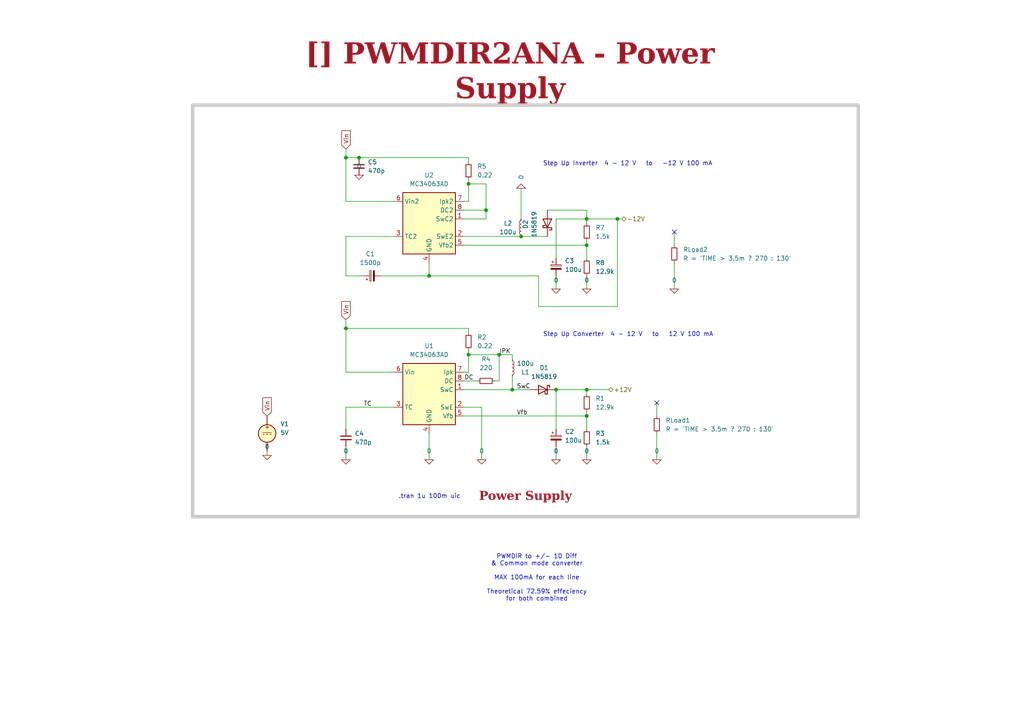
<source format=kicad_sch>
(kicad_sch (version 20250114) (generator "eeschema") (generator_version "9.0")
  (paper "A4")
  (title_block (title "PWMDIR2ANA - Power Supply") (date "Last Modified Date") (rev "${REVISION}") (company "${COMPANY}") (comment 8 "PWMDIR2ANA"))
  (lib_symbols
    (symbol "Device:C_Polarized_Small" (pin_numbers (hide yes)) (pin_names (offset 0.254) (hide yes))
      (property "Reference" "C" (at 0.254 1.778 0))
      (property "Value" "C_Polarized_Small" (at 0.254 -2.032 0))
      (symbol "C_Polarized_Small_0_1"
        (rectangle (start -1.524 0.6858) (end 1.524 0.3048))
        (rectangle (start -1.524 -0.3048) (end 1.524 -0.6858) (fill (type outline)))
        (polyline (pts (xy -1.27 1.524) (xy -0.762 1.524)))
        (polyline (pts (xy -1.016 1.27) (xy -1.016 1.778)))
      )
      (symbol "C_Polarized_Small_1_1"
        (pin passive line (at 0 2.54 270) (length 1.8542) (name "~") (number "1"))
        (pin passive line (at 0 -2.54 90) (length 1.8542) (name "~") (number "2"))
      )
    )
    (symbol "Device:C_Small" (pin_numbers (hide yes)) (pin_names (offset 0.254) (hide yes))
      (property "Reference" "C" (at 0.254 1.778 0))
      (property "Value" "C_Small" (at 0.254 -2.032 0))
      (symbol "C_Small_0_1"
        (polyline (pts (xy -1.524 0.508) (xy 1.524 0.508)) (stroke (width 0.3048)))
        (polyline (pts (xy -1.524 -0.508) (xy 1.524 -0.508)) (stroke (width 0.3302)))
      )
      (symbol "C_Small_1_1"
        (pin passive line (at 0 2.54 270) (length 2.032) (name "~") (number "1"))
        (pin passive line (at 0 -2.54 90) (length 2.032) (name "~") (number "2"))
      )
    )
    (symbol "Device:L_Small" (pin_numbers (hide yes)) (pin_names (offset 0.254) (hide yes))
      (property "Reference" "L" (at 0.762 1.016 0))
      (property "Value" "L_Small" (at 0.762 -1.016 0))
      (symbol "L_Small_0_1"
        (arc (start 0 2.032) (mid 0.5058 1.524) (end 0 1.016))
        (arc (start 0 1.016) (mid 0.5058 0.508) (end 0 0))
        (arc (start 0 0) (mid 0.5058 -0.508) (end 0 -1.016))
        (arc (start 0 -1.016) (mid 0.5058 -1.524) (end 0 -2.032))
      )
      (symbol "L_Small_1_1"
        (pin passive line (at 0 2.54 270) (length 0.508) (name "~") (number "1"))
        (pin passive line (at 0 -2.54 90) (length 0.508) (name "~") (number "2"))
      )
    )
    (symbol "Device:R_Small" (pin_numbers (hide yes)) (pin_names (offset 0.254) (hide yes))
      (property "Reference" "R" (at 0.762 0.508 0))
      (property "Value" "R_Small" (at 0.762 -1.016 0))
      (symbol "R_Small_0_1"
        (rectangle (start -0.762 1.778) (end 0.762 -1.778) (stroke (width 0.2032)))
      )
      (symbol "R_Small_1_1"
        (pin passive line (at 0 2.54 270) (length 0.762) (name "~") (number "1"))
        (pin passive line (at 0 -2.54 90) (length 0.762) (name "~") (number "2"))
      )
    )
    (symbol "Diode:1N5818" (pin_numbers (hide yes)) (pin_names (offset 1.016) (hide yes))
      (property "Reference" "D" (at 0 2.54 0))
      (property "Value" "1N5818" (at 0 -2.54 0))
      (symbol "1N5818_0_1"
        (polyline (pts (xy -1.905 0.635) (xy -1.905 1.27) (xy -1.27 1.27) (xy -1.27 -1.27) (xy -0.635 -1.27) (xy -0.635 -0.635)) (stroke (width 0.254)))
        (polyline (pts (xy 1.27 1.27) (xy 1.27 -1.27) (xy -1.27 0) (xy 1.27 1.27)) (stroke (width 0.254)))
        (polyline (pts (xy 1.27 0) (xy -1.27 0)))
      )
      (symbol "1N5818_1_1"
        (pin passive line (at -3.81 0 0) (length 2.54) (name "K") (number "1"))
        (pin passive line (at 3.81 0 180) (length 2.54) (name "A") (number "2"))
      )
    )
    (symbol "MC34063AD_1"
      (property "Reference" "U2" (at 0 12.7 0))
      (property "Value" "MC34063AD" (at 0 10.16 0))
      (symbol "MC34063AD_1_0_1"
        (rectangle (start -7.62 7.62) (end 7.62 -10.16) (stroke (width 0.254)) (fill (type background)))
      )
      (symbol "MC34063AD_1_1_1"
        (pin power_in line (at -10.16 5.08 0) (length 2.54) (name "Vin2") (number "6"))
        (pin passive line (at -10.16 -5.08 0) (length 2.54) (name "TC2") (number "3"))
        (pin power_in line (at 0 -12.7 90) (length 2.54) (name "GND") (number "4"))
        (pin input line (at 10.16 5.08 180) (length 2.54) (name "Ipk2") (number "7"))
        (pin open_collector line (at 10.16 2.54 180) (length 2.54) (name "DC2") (number "8"))
        (pin open_collector line (at 10.16 0 180) (length 2.54) (name "SwC2") (number "1"))
        (pin open_emitter line (at 10.16 -5.08 180) (length 2.54) (name "SwE2") (number "2"))
        (pin input line (at 10.16 -7.62 180) (length 2.54) (name "Vfb2") (number "5"))
      )
    )
    (symbol "Regulator_Switching:MC34063AD"
      (property "Reference" "U" (at -7.62 8.89 0))
      (property "Value" "MC34063AD" (at 0 8.89 0))
      (symbol "MC34063AD_0_1"
        (rectangle (start -7.62 7.62) (end 7.62 -10.16) (stroke (width 0.254)) (fill (type background)))
      )
      (symbol "MC34063AD_1_1"
        (pin power_in line (at -10.16 5.08 0) (length 2.54) (name "Vin") (number "6"))
        (pin passive line (at -10.16 -5.08 0) (length 2.54) (name "TC") (number "3"))
        (pin power_in line (at 0 -12.7 90) (length 2.54) (name "GND") (number "4"))
        (pin input line (at 10.16 5.08 180) (length 2.54) (name "Ipk") (number "7"))
        (pin open_collector line (at 10.16 2.54 180) (length 2.54) (name "DC") (number "8"))
        (pin open_collector line (at 10.16 0 180) (length 2.54) (name "SwC") (number "1"))
        (pin open_emitter line (at 10.16 -5.08 180) (length 2.54) (name "SwE") (number "2"))
        (pin input line (at 10.16 -7.62 180) (length 2.54) (name "Vfb") (number "5"))
      )
    )
    (symbol "Simulation_SPICE:VDC" (pin_numbers (hide yes)) (pin_names (offset 0.0254))
      (property "Reference" "V" (at 2.54 2.54 0))
      (property "Value" "VDC" (at 2.54 0 0))
      (property "Spice_Model" "dc(1)" (at 2.54 -2.54 0))
      (symbol "VDC_0_0"
        (polyline (pts (xy -1.27 0.254) (xy 1.27 0.254)))
        (polyline (pts (xy -0.762 -0.254) (xy -1.27 -0.254)))
        (polyline (pts (xy 0.254 -0.254) (xy -0.254 -0.254)))
        (polyline (pts (xy 1.27 -0.254) (xy 0.762 -0.254)))
        (text "+" (at 0 1.905 0) (effects (font (size 1.27 1.27))))
      )
      (symbol "VDC_0_1"
        (circle (center 0 0) (radius 2.54) (stroke (width 0.254)) (fill (type background)))
      )
      (symbol "VDC_1_1"
        (pin passive line (at 0 5.08 270) (length 2.54) (name "~") (number "1"))
        (pin passive line (at 0 -5.08 90) (length 2.54) (name "~") (number "2"))
      )
    )
    (symbol "pspice:0" (power) (pin_names (offset 0))
      (property "Value" "0" (at 0 -1.778 0))
      (symbol "0_0_1"
        (polyline (pts (xy -1.27 0) (xy 0 -1.27) (xy 1.27 0) (xy -1.27 0)))
      )
      (symbol "0_1_1"
        (pin power_in line (at 0 0 0) (length 0) (hide yes) (name "0") (number "1"))
      )
    )
  )
  (rectangle (start 55.88 30.48) (end 248.92 149.86) (stroke (width 1) (color 200 200 200 1)))
  (text "Step Up Inverter  4 - 12 V   to   -12 V 100 mA" (at 157.48 48.26 0) (effects (font (size 1.27 1.27)) (justify left bottom)))
  (text ".tran 1u 100m uic" (at 115.57 144.78 0) (effects (font (size 1.27 1.27)) (justify left bottom)))
  (text "PWMDIR to +/- 10 Diff\n& Common mode converter\n\nMAX 100mA for each line\n\nTheoretical 72.59% effeciency\nfor both combined\n" (at 155.702 167.64 0) (effects (font (size 1.27 1.27))))
  (text "Step Up Converter  4 - 12 V   to   12 V 100 mA" (at 157.48 97.79 0) (effects (font (size 1.27 1.27)) (justify left bottom)))
  (text_box "[${#}] ${TITLE}" (at 72.39 13.97 0) (size 151.13 13.97) (margins 4.4999 4.4999 4.4999 4.4999) (stroke (width -0.0001)) (effects (font (size 6 6) (thickness 1.2) (bold yes))))
  (text_box "Power Supply" (at 57.15 139.7 0) (size 190.5 7.62) (margins 1.9049 1.9049 1.9049 1.9049) (stroke (width -0.0001)) (effects (font (size 2.54 2.54) (thickness 0.508) (bold yes)) (justify bottom)))
  (junction (at 104.14 45.72))
  (junction (at 148.59 113.03))
  (junction (at 170.18 113.03))
  (junction (at 144.78 102.87))
  (junction (at 161.29 113.03))
  (junction (at 179.07 63.5))
  (junction (at 100.33 95.25))
  (junction (at 170.18 71.12))
  (junction (at 170.18 63.5))
  (junction (at 135.89 102.87))
  (junction (at 151.13 68.58))
  (junction (at 124.46 80.01))
  (junction (at 100.33 45.72))
  (junction (at 170.18 120.65))
  (junction (at 135.89 53.34))
  (junction (at 140.97 60.96))
  (no_connect (at 195.58 67.31))
  (no_connect (at 190.5 116.84))
  (wire (pts (xy 124.46 125.73) (xy 124.46 133.35)))
  (wire (pts (xy 151.13 54.61) (xy 151.13 63.5)))
  (wire (pts (xy 151.13 68.58) (xy 158.75 68.58)))
  (wire (pts (xy 161.29 113.03) (xy 170.18 113.03)))
  (wire (pts (xy 170.18 80.01) (xy 170.18 83.82)))
  (wire (pts (xy 77.47 130.81) (xy 77.47 132.08)))
  (wire (pts (xy 104.14 45.72) (xy 100.33 45.72)))
  (wire (pts (xy 161.29 80.01) (xy 161.29 83.82)))
  (wire (pts (xy 135.89 45.72) (xy 104.14 45.72)))
  (wire (pts (xy 140.97 53.34) (xy 140.97 60.96)))
  (wire (pts (xy 190.5 116.84) (xy 190.5 120.65)))
  (wire (pts (xy 100.33 124.46) (xy 100.33 118.11)))
  (wire (pts (xy 135.89 102.87) (xy 144.78 102.87)))
  (wire (pts (xy 170.18 113.03) (xy 170.18 114.3)))
  (wire (pts (xy 100.33 95.25) (xy 100.33 107.95)))
  (wire (pts (xy 170.18 69.85) (xy 170.18 71.12)))
  (wire (pts (xy 134.62 63.5) (xy 140.97 63.5)))
  (wire (pts (xy 148.59 113.03) (xy 153.67 113.03)))
  (wire (pts (xy 148.59 102.87) (xy 148.59 104.14)))
  (wire (pts (xy 170.18 60.96) (xy 170.18 63.5)))
  (wire (pts (xy 114.3 58.42) (xy 100.33 58.42)))
  (wire (pts (xy 158.75 60.96) (xy 170.18 60.96)))
  (wire (pts (xy 161.29 63.5) (xy 170.18 63.5)))
  (wire (pts (xy 114.3 107.95) (xy 100.33 107.95)))
  (wire (pts (xy 135.89 102.87) (xy 135.89 107.95)))
  (wire (pts (xy 161.29 113.03) (xy 161.29 124.46)))
  (wire (pts (xy 170.18 120.65) (xy 170.18 124.46)))
  (wire (pts (xy 135.89 58.42) (xy 134.62 58.42)))
  (wire (pts (xy 156.21 80.01) (xy 156.21 88.9)))
  (wire (pts (xy 170.18 71.12) (xy 170.18 74.93)))
  (wire (pts (xy 134.62 60.96) (xy 140.97 60.96)))
  (wire (pts (xy 135.89 107.95) (xy 134.62 107.95)))
  (wire (pts (xy 161.29 63.5) (xy 161.29 74.93)))
  (wire (pts (xy 124.46 80.01) (xy 156.21 80.01)))
  (wire (pts (xy 139.7 118.11) (xy 139.7 133.35)))
  (wire (pts (xy 134.62 118.11) (xy 139.7 118.11)))
  (wire (pts (xy 134.62 113.03) (xy 148.59 113.03)))
  (wire (pts (xy 170.18 63.5) (xy 170.18 64.77)))
  (wire (pts (xy 135.89 96.52) (xy 135.89 95.25)))
  (wire (pts (xy 135.89 95.25) (xy 100.33 95.25)))
  (wire (pts (xy 179.07 63.5) (xy 180.34 63.5)))
  (wire (pts (xy 195.58 76.2) (xy 195.58 83.82)))
  (wire (pts (xy 170.18 63.5) (xy 179.07 63.5)))
  (wire (pts (xy 144.78 102.87) (xy 148.59 102.87)))
  (wire (pts (xy 179.07 63.5) (xy 179.07 88.9)))
  (wire (pts (xy 100.33 68.58) (xy 114.3 68.58)))
  (wire (pts (xy 140.97 60.96) (xy 140.97 63.5)))
  (wire (pts (xy 100.33 45.72) (xy 100.33 58.42)))
  (wire (pts (xy 135.89 53.34) (xy 135.89 58.42)))
  (wire (pts (xy 100.33 43.18) (xy 100.33 45.72)))
  (wire (pts (xy 143.51 110.49) (xy 144.78 110.49)))
  (wire (pts (xy 135.89 53.34) (xy 140.97 53.34)))
  (wire (pts (xy 100.33 92.71) (xy 100.33 95.25)))
  (wire (pts (xy 156.21 88.9) (xy 179.07 88.9)))
  (wire (pts (xy 124.46 76.2) (xy 124.46 80.01)))
  (wire (pts (xy 170.18 113.03) (xy 176.53 113.03)))
  (wire (pts (xy 170.18 119.38) (xy 170.18 120.65)))
  (wire (pts (xy 100.33 118.11) (xy 114.3 118.11)))
  (wire (pts (xy 134.62 68.58) (xy 151.13 68.58)))
  (wire (pts (xy 144.78 110.49) (xy 144.78 102.87)))
  (wire (pts (xy 190.5 125.73) (xy 190.5 133.35)))
  (wire (pts (xy 135.89 46.99) (xy 135.89 45.72)))
  (wire (pts (xy 161.29 129.54) (xy 161.29 133.35)))
  (wire (pts (xy 148.59 109.22) (xy 148.59 113.03)))
  (wire (pts (xy 100.33 68.58) (xy 100.33 80.01)))
  (wire (pts (xy 134.62 110.49) (xy 138.43 110.49)))
  (wire (pts (xy 170.18 129.54) (xy 170.18 133.35)))
  (wire (pts (xy 135.89 101.6) (xy 135.89 102.87)))
  (wire (pts (xy 135.89 52.07) (xy 135.89 53.34)))
  (wire (pts (xy 110.49 80.01) (xy 124.46 80.01)))
  (wire (pts (xy 134.62 71.12) (xy 170.18 71.12)))
  (wire (pts (xy 100.33 129.54) (xy 100.33 133.35)))
  (wire (pts (xy 100.33 80.01) (xy 105.41 80.01)))
  (wire (pts (xy 195.58 67.31) (xy 195.58 71.12)))
  (wire (pts (xy 134.62 120.65) (xy 170.18 120.65)))
  (label "DC" (at 134.62 110.49 0))
  (label "SwC" (at 149.86 113.03 0))
  (label "IPK" (at 144.78 102.87 0))
  (label "Vfb" (at 149.86 120.65 0))
  (label "TC" (at 105.41 118.11 0))
  (global_label "Vin" (shape input) (at 100.33 92.71 90) (property "Intersheetrefs" "${INTERSHEET_REFS}" (effects (hide yes))))
  (global_label "Vin" (shape input) (at 77.47 120.65 90) (property "Intersheetrefs" "${INTERSHEET_REFS}" (effects (hide yes))))
  (global_label "Vin" (shape input) (at 100.33 43.18 90) (property "Intersheetrefs" "${INTERSHEET_REFS}" (effects (hide yes))))
  (hierarchical_label "+12V" (shape bidirectional) (at 176.53 113.03 0))
  (hierarchical_label "-12V" (shape bidirectional) (at 180.34 63.5 0))
  (symbol (lib_id "pspice:0") (at 190.5 133.35 0) (unit 1)
    (property "Reference" "#GND0101" (effects (hide yes)))
    (property "Value" "0" (at 190.5 130.81 0))
  )
  (symbol (lib_id "Device:R_Small") (at 170.18 67.31 0) (unit 1)
    (property "Reference" "R7" (at 172.72 66.0399 0) (effects (justify left)))
    (property "Value" "1.5k" (at 172.72 68.5799 0) (effects (justify left)))
  )
  (symbol (lib_name "MC34063AD_1") (lib_id "Regulator_Switching:MC34063AD") (at 124.46 63.5 0) (unit 1)
    (property "Reference" "U2" (at 124.46 50.8 0))
    (property "Value" "MC34063AD" (at 124.46 53.34 0))
    (property "Footprint" "Package_SO:SOIC-8_3.9x4.9mm_P1.27mm" (effects (hide yes)))
    (property "Datasheet" "http://www.onsemi.com/pub_link/Collateral/MC34063A-D.PDF" (effects (hide yes)))
    (property "Sim.Library" "lib\\lib_sym\\mc34063_ng.lib" (effects (hide yes)))
    (property "Sim.Name" "mc34063a" (effects (hide yes)))
    (property "Sim.Pins" "1=1 2=2 3=3 4=4 5=5 6=6 7=7 8=8" (effects (hide yes)))
    (property "Sim.Device" "SUBCKT" (effects (hide yes)))
  )
  (symbol (lib_id "Device:C_Small") (at 100.33 127 0) (unit 1)
    (property "Reference" "C4" (at 102.87 125.7362 0) (effects (justify left)))
    (property "Value" "470p" (at 102.87 128.2762 0) (effects (justify left)))
  )
  (symbol (lib_id "pspice:0") (at 77.47 132.08 0) (unit 1)
    (property "Reference" "#GND0106" (effects (hide yes)))
    (property "Value" "0" (at 77.47 129.54 0))
  )
  (symbol (lib_id "pspice:0") (at 161.29 133.35 0) (unit 1)
    (property "Reference" "#GND0103" (effects (hide yes)))
    (property "Value" "0" (at 161.29 130.81 0))
  )
  (symbol (lib_id "Device:C_Polarized_Small") (at 161.29 77.47 0) (unit 1)
    (property "Reference" "C3" (at 163.83 75.6538 0) (effects (justify left)))
    (property "Value" "100u" (at 163.83 78.1938 0) (effects (justify left)))
  )
  (symbol (lib_id "Device:R_Small") (at 170.18 116.84 0) (unit 1)
    (property "Reference" "R1" (at 172.72 115.5699 0) (effects (justify left)))
    (property "Value" "12.9k" (at 172.72 118.1099 0) (effects (justify left)))
  )
  (symbol (lib_id "Device:C_Polarized_Small") (at 107.95 80.01 90) (unit 1)
    (property "Reference" "C1" (at 107.4039 73.66 90))
    (property "Value" "1500p" (at 107.4039 76.2 90))
  )
  (symbol (lib_id "pspice:0") (at 151.13 54.61 180) (unit 1)
    (property "Reference" "#GND04" (effects (hide yes)))
    (property "Value" "0" (at 151.1299 52.07 90) (effects (justify right)))
  )
  (symbol (lib_id "Device:R_Small") (at 135.89 49.53 0) (unit 1)
    (property "Reference" "R5" (at 138.43 48.2599 0) (effects (justify left)))
    (property "Value" "0.22" (at 138.43 50.7999 0) (effects (justify left)))
  )
  (symbol (lib_id "Device:R_Small") (at 140.97 110.49 270) (unit 1)
    (property "Reference" "R4" (at 140.97 104.14 90))
    (property "Value" "220" (at 140.97 106.68 90))
  )
  (symbol (lib_id "pspice:0") (at 170.18 133.35 0) (unit 1)
    (property "Reference" "#GND0102" (effects (hide yes)))
    (property "Value" "0" (at 170.18 130.81 0))
  )
  (symbol (lib_id "Device:R_Small") (at 195.58 73.66 0) (unit 1)
    (property "Reference" "RLoad2" (at 198.12 72.3899 0) (effects (justify left)))
    (property "Value" "R = 'TIME > 3.5m ? 270 : 130'" (at 198.12 74.9299 0) (effects (justify left)))
  )
  (symbol (lib_id "pspice:0") (at 139.7 133.35 0) (unit 1)
    (property "Reference" "#GND0104" (effects (hide yes)))
    (property "Value" "0" (at 139.7 130.81 0))
  )
  (symbol (lib_id "Device:R_Small") (at 190.5 123.19 0) (unit 1)
    (property "Reference" "RLoad1" (at 193.04 121.9199 0) (effects (justify left)))
    (property "Value" "R = 'TIME > 3.5m ? 270 : 130'" (at 193.04 124.4599 0) (effects (justify left)))
  )
  (symbol (lib_id "Device:R_Small") (at 170.18 77.47 0) (unit 1)
    (property "Reference" "R8" (at 172.72 76.1999 0) (effects (justify left)))
    (property "Value" "12.9k" (at 172.72 78.7399 0) (effects (justify left)))
  )
  (symbol (lib_id "Device:C_Small") (at 104.14 48.26 0) (unit 1)
    (property "Reference" "C5" (at 106.68 46.9962 0) (effects (justify left)))
    (property "Value" "470p" (at 106.68 49.5362 0) (effects (justify left)))
  )
  (symbol (lib_id "Device:R_Small") (at 135.89 99.06 0) (unit 1)
    (property "Reference" "R2" (at 138.43 97.7899 0) (effects (justify left)))
    (property "Value" "0.22" (at 138.43 100.3299 0) (effects (justify left)))
  )
  (symbol (lib_id "pspice:0") (at 161.29 83.82 0) (unit 1)
    (property "Reference" "#GND05" (effects (hide yes)))
    (property "Value" "0" (at 161.29 81.28 0))
  )
  (symbol (lib_id "Device:L_Small") (at 148.59 106.68 0) (mirror x) (unit 1)
    (property "Reference" "L1" (at 152.4 107.95 0))
    (property "Value" "100u" (at 152.4 105.41 0))
  )
  (symbol (lib_id "pspice:0") (at 195.58 83.82 0) (unit 1)
    (property "Reference" "#GND07" (effects (hide yes)))
    (property "Value" "0" (at 195.58 81.28 0))
  )
  (symbol (lib_id "pspice:0") (at 100.33 133.35 0) (unit 1)
    (property "Reference" "#GND0107" (effects (hide yes)))
    (property "Value" "0" (at 100.33 130.81 0))
  )
  (symbol (lib_id "Regulator_Switching:MC34063AD") (at 124.46 113.03 0) (unit 1)
    (property "Reference" "U1" (at 124.46 100.33 0))
    (property "Value" "MC34063AD" (at 124.46 102.87 0))
    (property "Footprint" "Package_SO:SOIC-8_3.9x4.9mm_P1.27mm" (effects (hide yes)))
    (property "Datasheet" "http://www.onsemi.com/pub_link/Collateral/MC34063A-D.PDF" (effects (hide yes)))
    (property "Sim.Library" "lib\\lib_sym\\mc34063_ng.lib" (effects (hide yes)))
    (property "Sim.Name" "mc34063a" (effects (hide yes)))
    (property "Sim.Pins" "1=1 2=2 3=3 4=4 5=5 6=6 7=7 8=8" (effects (hide yes)))
    (property "Sim.Device" "SUBCKT" (effects (hide yes)))
  )
  (symbol (lib_id "pspice:0") (at 170.18 83.82 0) (unit 1)
    (property "Reference" "#GND06" (effects (hide yes)))
    (property "Value" "0" (at 170.18 81.28 0))
  )
  (symbol (lib_id "Simulation_SPICE:VDC") (at 77.47 125.73 0) (unit 1)
    (property "Reference" "V1" (at 81.28 122.9406 0) (effects (justify left)))
    (property "Value" "5V" (at 81.28 125.4806 0) (effects (justify left)))
    (property "Sim.Device" "SPICE" (effects (hide yes)))
    (property "Sim.Params" "type=\"V\" model=\"5\" lib=\"\"" (effects (hide yes)))
    (property "Sim.Pins" "1=1 2=2" (effects (hide yes)))
  )
  (symbol (lib_id "Device:C_Polarized_Small") (at 161.29 127 0) (unit 1)
    (property "Reference" "C2" (at 163.83 125.1838 0) (effects (justify left)))
    (property "Value" "100u" (at 163.83 127.7238 0) (effects (justify left)))
  )
  (symbol (lib_id "Diode:1N5818") (at 157.48 113.03 0) (mirror y) (unit 1)
    (property "Reference" "D1" (at 157.7975 106.68 0))
    (property "Value" "1N5819" (at 157.7975 109.22 0))
    (property "Footprint" "Diode_THT:D_DO-41_SOD81_P10.16mm_Horizontal" (effects (hide yes)))
    (property "Datasheet" "http://www.vishay.com/docs/88525/1n5817.pdf" (effects (hide yes)))
    (property "Sim.Library" "lib\\lib_sym\\mc34063_ng.lib" (effects (hide yes)))
    (property "Sim.Name" "DN5819" (effects (hide yes)))
    (property "Sim.Pins" "1=K 2=A" (effects (hide yes)))
    (property "Sim.Device" "D" (effects (hide yes)))
  )
  (symbol (lib_id "pspice:0") (at 104.14 50.8 0) (unit 1)
    (property "Reference" "#GND02" (effects (hide yes)))
    (property "Value" "0" (at 104.14 48.26 0))
  )
  (symbol (lib_id "Device:L_Small") (at 151.13 66.04 0) (mirror y) (unit 1)
    (property "Reference" "L2" (at 147.32 64.77 0))
    (property "Value" "100u" (at 147.32 67.31 0))
  )
  (symbol (lib_id "Diode:1N5818") (at 158.75 64.77 270) (mirror x) (unit 1)
    (property "Reference" "D2" (at 152.4 65.0875 0))
    (property "Value" "1N5819" (at 154.94 65.0875 0))
    (property "Footprint" "Diode_THT:D_DO-41_SOD81_P10.16mm_Horizontal" (effects (hide yes)))
    (property "Datasheet" "http://www.vishay.com/docs/88525/1n5817.pdf" (effects (hide yes)))
    (property "Sim.Library" "lib\\lib_sym\\mc34063_ng.lib" (effects (hide yes)))
    (property "Sim.Name" "DN5819" (effects (hide yes)))
    (property "Sim.Pins" "1=K 2=A" (effects (hide yes)))
    (property "Sim.Device" "D" (effects (hide yes)))
  )
  (symbol (lib_id "pspice:0") (at 124.46 133.35 0) (unit 1)
    (property "Reference" "#GND0105" (effects (hide yes)))
    (property "Value" "0" (at 124.46 130.81 0))
  )
  (symbol (lib_id "Device:R_Small") (at 170.18 127 0) (unit 1)
    (property "Reference" "R3" (at 172.72 125.7299 0) (effects (justify left)))
    (property "Value" "1.5k" (at 172.72 128.2699 0) (effects (justify left)))
  )
)
</source>
